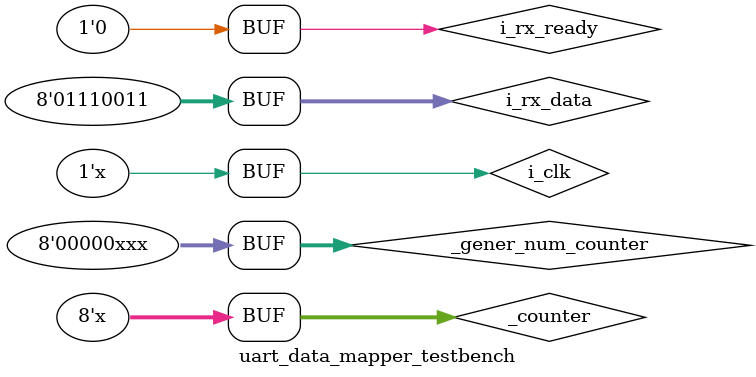
<source format=v>
module uart_data_mapper(
	input wire i_clk,
	input wire [7:0] i_rx_data,
	input wire i_rx_ready,
	output wire [2:0] o_current_byte_num,
	output reg [7:0] o_periods_to_process,
	output reg [2:0] o_phasecounterselect_1,
	output reg [2:0] o_phasecounterselect_2,
	output reg o_pll_to_update,
	output reg o_phaseupdown,
	output reg o_shift_ready
);

localparam [7:0] INIT = 8'b00000000;
localparam [7:0] BASE = 8'b00110000;
localparam [7:0] STOP_SIGNAL = 8'b01110011;

localparam [2:0] INIT_COUNTER = 3'b110;

wire [7:0] mapped_rx_data;
wire [2:0] reduced_rx_data;
reg [2:0] current_byte_num;
reg prev_i_rx_ready;
reg prev_o_shift_ready;

initial begin
	current_byte_num <= 3'b000;
	prev_i_rx_ready <= 1'b0;
	prev_o_shift_ready <= 1'b0;
	
	o_phasecounterselect_1 <= INIT_COUNTER;
	o_phasecounterselect_2 <= INIT_COUNTER;
	
	o_periods_to_process <= INIT;
	o_pll_to_update <= 1'b0;
	o_shift_ready <= 1'b0;
	o_phaseupdown <= 1'b1;
end

assign o_current_byte_num = current_byte_num;
assign mapped_rx_data = i_rx_data - BASE;
assign reduced_rx_data = mapped_rx_data[2:0];

always @(posedge i_clk) begin
	if (o_shift_ready == 1'b1 && prev_o_shift_ready == 1'b1) begin
		o_shift_ready <= 1'b0;
	end

	if (i_rx_ready == 1'b1 && prev_i_rx_ready == 1'b0) begin
		if (current_byte_num == 3'b000) begin
			o_periods_to_process <= INIT;
			
			if (reduced_rx_data < 3'b100) begin
				o_phasecounterselect_1 <= reduced_rx_data + 3'b010;
				o_pll_to_update <= 1'b0;
			end else begin
				o_phasecounterselect_2 <= reduced_rx_data - 3'b010;
				o_pll_to_update <= 1'b1;
			end
		end
		
		if (current_byte_num == 3'b001) begin
			o_phaseupdown <= mapped_rx_data[0];
		end
		
		if (current_byte_num > 3'b001) begin
			if (i_rx_data == STOP_SIGNAL && o_periods_to_process != INIT)
				o_shift_ready <= 1'b1;
			else
				o_periods_to_process <= 8'b00001010 * o_periods_to_process + mapped_rx_data;
		end
		
		if (i_rx_data == STOP_SIGNAL)
			current_byte_num <= 3'b000;
		else
			current_byte_num <= current_byte_num + 3'b001;
	end
	
	prev_i_rx_ready <= i_rx_ready;
	prev_o_shift_ready <= o_shift_ready;
end 

endmodule

//testbench 1ns/1ns
module uart_data_mapper_testbench();

	localparam [7:0] INITIAL_PERIODS_NUM = 8'b00110101;
	localparam [7:0] BASE = 8'b00110000;
	localparam [7:0] STOP_SIGNAL = 8'b01110011;
	localparam [2:0] INITIAL_COUNTER = 3'b110;

	reg i_clk;
	reg [7:0] i_rx_data;
	reg i_rx_ready;
	wire [2:0] o_current_byte_num;
	wire [7:0] o_periods_to_process;
	wire [2:0] o_phasecounterselect_1;
	wire [2:0] o_phasecounterselect_2;
	wire o_phaseupdown;
	wire o_pll_to_update;
	wire o_shift_ready;
	
	reg [7:0] _counter;
	reg [7:0] _gener_num_counter;

	uart_data_mapper uart_data_mapper(
       .i_clk(i_clk),
		 .i_rx_data(i_rx_data),
	    .i_rx_ready(i_rx_ready),
	    .o_current_byte_num(o_current_byte_num),
	    .o_periods_to_process(o_periods_to_process),
	    .o_phasecounterselect_1(o_phasecounterselect_1),
	    .o_phasecounterselect_2(o_phasecounterselect_2),
	    .o_pll_to_update(o_pll_to_update),
		 .o_phaseupdown(o_phaseupdown),
	    .o_shift_ready(o_shift_ready)
	);

	initial begin                                                  
		i_clk <= 1'b0;
		i_rx_data <= BASE;
		i_rx_ready <= 1'b0;
		//i <= 0;

		_counter <= BASE;
		_gener_num_counter <= BASE;
	end

	always
		#20  i_clk = !i_clk;  

	always begin
		//Sending generator's number
		#200;
		_gener_num_counter <= _counter & 7;
		i_rx_data <= BASE + _gener_num_counter;
		i_rx_ready <= 1'b1;
		#40;
		i_rx_ready <= 1'b0;
		
		//Sending flag for shift direction determining
		#200;
		i_rx_data <= BASE;
		i_rx_ready <= 1'b1;
		#40;
		i_rx_ready <= 1'b0;
		
		//Sending number of shifts to be performed
		#320;
		i_rx_data <= _counter;
		_counter <= _counter + 1'b1;
		i_rx_ready <= 1'b1;
		#40;
		i_rx_ready <= 1'b0;
		
		//Sending STOP_SIGNAL
		#320;
		i_rx_data <= STOP_SIGNAL;
		i_rx_ready <= 1'b1;
		#40;
		i_rx_ready <= 1'b0;
	end

endmodule
</source>
